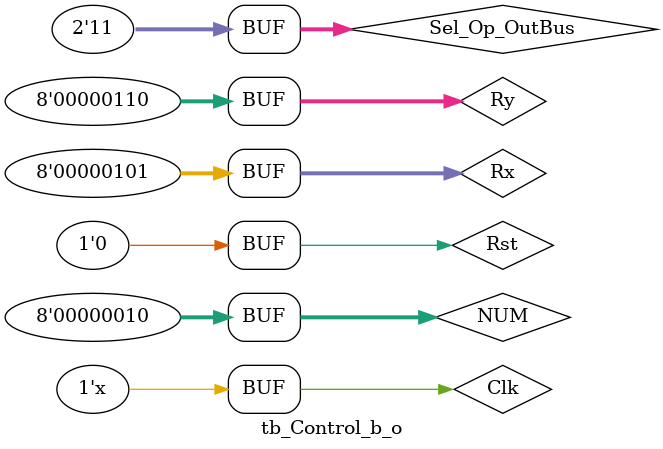
<source format=v>
`timescale 1ns / 1ps


module tb_Control_b_o;
    reg Rst;
    reg Clk;
    reg [7:0] Rx;
    reg [7:0] Ry;
    reg [7:0] NUM;
    reg [1:0] Sel_Op_OutBus;
    wire [7:0] o_DataOut_Bus;
    wire [7:0] o_Addres_Data_Bus;
    wire RW;
    
    Control_b_o uut(
    .Rst(Rst),
    .Clk(Clk),
    .Rx(Rx),
    .Ry(Ry),
    .NUM(NUM),
    .Sel_Op_OutBus(Sel_Op_OutBus),
    .o_DataOut_Bus(o_DataOut_Bus),
    .o_Addres_Data_Bus(o_Addres_Data_Bus),
    .RW(RW)
    );
    
    initial
        begin
        Rst=1;
        Clk=0;
        Rx=0;
        Ry=0;
        NUM=0;
        Sel_Op_OutBus=0;
        
        #2 Rst=0; Rx=8'd5; Ry=8'd6; NUM=8'd2; Sel_Op_OutBus=0;
        #2 Sel_Op_OutBus=2'b01;
        #2 Sel_Op_OutBus=2'b10;
        #2 Sel_Op_OutBus=2'b11;
        end
    
    always
        #1 Clk = !Clk;
    
endmodule

</source>
